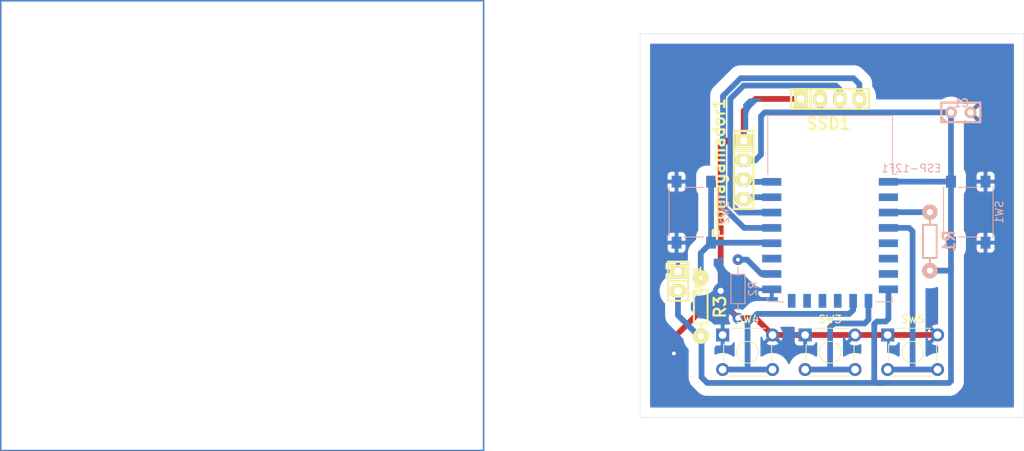
<source format=kicad_pcb>
(kicad_pcb (version 20211014) (generator pcbnew)
  (layers (0 "F.Cu" signal) (31 "B.Cu" signal) (34 "B.Paste" user) (35 "F.Paste" user) (36 "B.SilkS" user "B.Silkscreen") (37 "F.SilkS" user "F.Silkscreen") (38 "B.Mask" user) (39 "F.Mask" user) (44 "Edge.Cuts" user))
  (net 0 "")
  (net 1 "GND")
  (net 3 "+3V3")
  (net 5 "/P_OK")
  (net 7 "/P_DOWN")
  (net 12 "/Tx")
  (net 14 "Net-(ESP-12F1-Pad16)")
  (net 15 "/P_UP")
  (net 16 "/SDA")
  (net 17 "/SCL")
  (net 18 "/Rx")
  (net 19 "Net-(ESP-12F1-Pad3)")
  (net 21 "Net-(ESP-12F1-Pad18)")
  (footprint "Button_Switch_THT:SW_TH_Tactile_Omron_B3F-10xx" (layer "F.Cu") (at 168.5 102.5)
    (fp_text reference "SW4" (at 3.25 -2.05) (layer "F.SilkS"))
    (fp_text value "DOWN")
    (fp_line (start 1.2 -0.87) (end 5.6 -0.87) (layer "F.SilkS") (width 0.12))
    (fp_line (start 0.6 5.37) (end 5.8 5.37) (layer "F.SilkS") (width 0.12))
    (fp_line (start 0.13 3.4) (end 0.13 1.2) (layer "F.SilkS") (width 0.12))
    (fp_line (start 6.37 1.2) (end 6.37 3.4) (layer "F.SilkS") (width 0.12))
    (fp_circle (center 3.25 2.25) (end 4.25 3.25) (layer "F.SilkS") (width 0.12) (fill none))
    (pad "1" thru_hole circle (at 6.5 0) (size 1.7 1.7) (drill 1) (layers *.Cu *.Mask) (net 1 "GND"))
    (pad "1" thru_hole rect (at 0 0) (size 1.7 1.7) (drill 1) (layers *.Cu *.Mask) (net 1 "GND"))
    (pad "2" thru_hole circle (at 0 4.5) (size 1.7 1.7) (drill 1) (layers *.Cu *.Mask) (net 7 "/P_DOWN"))
    (pad "2" thru_hole circle (at 6.5 4.5) (size 1.7 1.7) (drill 1) (layers *.Cu *.Mask) (net 7 "/P_DOWN"))
  )
  (footprint "EESTN5:Pin_Header_2" (layer "F.Cu") (at 163 95.5 -90)
    (fp_text reference "Batt1" (at 0 -2.159 90) (layer "F.SilkS") (effects (font (size 1.016 1.016) (thickness 0.2032))))
    (fp_text value "Conn_01x02_Female" hide)
    (fp_line (start -2.54 -0.9525) (end 2.54 -0.9525) (layer "F.SilkS") (width 0.15))
    (fp_line (start 2.54 1.651) (end 2.54 -1.016) (layer "F.SilkS") (width 0.15))
    (fp_line (start 2.54 1.5875) (end -2.54 1.5875) (layer "F.SilkS") (width 0.15))
    (fp_line (start 0 -0.9525) (end 0 1.5875) (layer "F.SilkS") (width 0.3048))
    (fp_line (start 2.6035 1.5875) (end 2.6035 -0.9525) (layer "F.SilkS") (width 0.15))
    (fp_line (start 2.54 1.651) (end -2.6035 1.651) (layer "F.SilkS") (width 0.15))
    (fp_line (start -2.6035 -0.889) (end -2.6035 -1.0795) (layer "F.SilkS") (width 0.15))
    (fp_line (start 2.4765 -1.016) (end 2.4765 1.5875) (layer "F.SilkS") (width 0.15))
    (fp_line (start 2.6035 -1.0795) (end 2.6035 -0.6985) (layer "F.SilkS") (width 0.15))
    (fp_line (start 2.6035 -1.0795) (end -2.54 -1.0795) (layer "F.SilkS") (width 0.15))
    (fp_line (start -2.54 1.5875) (end -2.54 -0.9525) (layer "F.SilkS") (width 0.3048))
    (pad "1" thru_hole rect locked (at -1.27 0.3175 270) (size 1.75 2.19964) (drill 1.00076) (layers *.Cu *.Mask "F.SilkS") (net 1 "GND"))
    (pad "2" thru_hole oval locked (at 1.27 0.3175 270) (size 1.75 2.19964) (drill 1.00076) (layers *.Cu *.Mask "F.SilkS") (net 3 "+3V3"))
  )
  (footprint "EESTN5:pin_strip_4" (layer "F.Cu") (at 171.25 81 -90)
    (fp_text reference "Promagamador1" (at -0.2032 3.2258 90) (layer "F.SilkS") (effects (font (size 1.5 1.5) (thickness 0.3))))
    (fp_text value "Conn_01x04_Female" hide)
    (fp_line (start 5.08 -1.27) (end 5.08 1.27) (layer "F.SilkS") (width 0.3048))
    (fp_line (start -5.08 -1.27) (end 5.08 -1.27) (layer "F.SilkS") (width 0.3048))
    (fp_line (start 5.08 1.27) (end -5.08 1.27) (layer "F.SilkS") (width 0.3048))
    (fp_line (start -2.54 -1.27) (end -2.54 1.27) (layer "F.SilkS") (width 0.3048))
    (fp_line (start -5.08 1.27) (end -5.08 -1.27) (layer "F.SilkS") (width 0.3048))
    (pad "1" thru_hole rect locked (at -3.81 0 270) (size 1.75 2.2) (drill 1.00076) (layers *.Cu *.Mask "F.SilkS") (net 1 "GND"))
    (pad "2" thru_hole oval locked (at -1.27 0 270) (size 1.75 2.2) (drill 1.00076) (layers *.Cu *.Mask "F.SilkS") (net 3 "+3V3"))
    (pad "3" thru_hole oval locked (at 1.27 0 270) (size 1.75 2.2) (drill 1.00076) (layers *.Cu *.Mask "F.SilkS") (net 12 "/Tx"))
    (pad "4" thru_hole oval locked (at 3.81 0 270) (size 1.75 2.2) (drill 1.00076) (layers *.Cu *.Mask "F.SilkS") (net 18 "/Rx"))
  )
  (footprint "Button_Switch_THT:SW_TH_Tactile_Omron_B3F-10xx" (layer "F.Cu") (at 179.25 102.5)
    (fp_text reference "SW3" (at 3.25 -2.05) (layer "F.SilkS"))
    (fp_text value "OK")
    (fp_line (start 0.13 3.4) (end 0.13 1.2) (layer "F.SilkS") (width 0.12))
    (fp_line (start 0.6 5.37) (end 5.8 5.37) (layer "F.SilkS") (width 0.12))
    (fp_line (start 6.37 1.2) (end 6.37 3.4) (layer "F.SilkS") (width 0.12))
    (fp_line (start 1.2 -0.87) (end 5.6 -0.87) (layer "F.SilkS") (width 0.12))
    (fp_circle (center 3.25 2.25) (end 4.25 3.25) (layer "F.SilkS") (width 0.12) (fill none))
    (pad "1" thru_hole circle (at 6.5 0) (size 1.7 1.7) (drill 1) (layers *.Cu *.Mask) (net 1 "GND"))
    (pad "1" thru_hole rect (at 0 0) (size 1.7 1.7) (drill 1) (layers *.Cu *.Mask) (net 1 "GND"))
    (pad "2" thru_hole circle (at 6.5 4.5) (size 1.7 1.7) (drill 1) (layers *.Cu *.Mask) (net 5 "/P_OK"))
    (pad "2" thru_hole circle (at 0 4.5) (size 1.7 1.7) (drill 1) (layers *.Cu *.Mask) (net 5 "/P_OK"))
  )
  (footprint "EESTN5A:RES0.3" (layer "F.Cu") (at 165.65 98.85 -90)
    (fp_text reference "R3" (at 0 -2.5 90) (layer "F.SilkS") (effects (font (size 1.5 1.5) (thickness 0.3))))
    (fp_text value "10k" hide)
    (fp_line (start -2.159 -0.889) (end -2.159 0.889) (layer "F.SilkS") (width 0.254))
    (fp_line (start -2.159 0.889) (end 2.159 0.889) (layer "F.SilkS") (width 0.254))
    (fp_line (start -2.159 0) (end -3.81 0) (layer "F.SilkS") (width 0.254))
    (fp_line (start 2.159 0) (end 3.81 0) (layer "F.SilkS") (width 0.254))
    (fp_line (start 2.159 0.889) (end 2.159 -0.889) (layer "F.SilkS") (width 0.254))
    (fp_line (start 2.159 -0.889) (end -2.159 -0.889) (layer "F.SilkS") (width 0.254))
    (pad "1" thru_hole circle locked (at -3.81 0 270) (size 1.99898 1.99898) (drill 0.5) (layers *.Cu *.Mask "F.SilkS") (net 21 "Net-(ESP-12F1-Pad18)"))
    (pad "2" thru_hole circle locked (at 3.81 0 270) (size 1.99898 1.99898) (drill 0.8001) (layers *.Cu *.Mask "F.SilkS") (net 3 "+3V3"))
  )
  (footprint "Button_Switch_THT:SW_TH_Tactile_Omron_B3F-10xx" (layer "F.Cu") (at 190 102.5)
    (fp_text reference "SW5" (at 3.25 -2.05) (layer "F.SilkS"))
    (fp_text value "UP")
    (fp_line (start 6.37 1.2) (end 6.37 3.4) (layer "F.SilkS") (width 0.12))
    (fp_line (start 0.6 5.37) (end 5.8 5.37) (layer "F.SilkS") (width 0.12))
    (fp_line (start 1.2 -0.87) (end 5.6 -0.87) (layer "F.SilkS") (width 0.12))
    (fp_line (start 0.13 3.4) (end 0.13 1.2) (layer "F.SilkS") (width 0.12))
    (fp_circle (center 3.25 2.25) (end 4.25 3.25) (layer "F.SilkS") (width 0.12) (fill none))
    (pad "1" thru_hole rect (at 0 0) (size 1.7 1.7) (drill 1) (layers *.Cu *.Mask) (net 1 "GND"))
    (pad "1" thru_hole circle (at 6.5 0) (size 1.7 1.7) (drill 1) (layers *.Cu *.Mask) (net 1 "GND"))
    (pad "2" thru_hole circle (at 6.5 4.5) (size 1.7 1.7) (drill 1) (layers *.Cu *.Mask) (net 15 "/P_UP"))
    (pad "2" thru_hole circle (at 0 4.5) (size 1.7 1.7) (drill 1) (layers *.Cu *.Mask) (net 15 "/P_UP"))
  )
  (footprint "EESTN5:pin_strip_4" (layer "F.Cu") (at 182.5 71.75)
    (fp_text reference "SSD1" (at -0.2032 3.2258) (layer "F.SilkS") (effects (font (size 1.5 1.5) (thickness 0.3))))
    (fp_text value "SSD1306-SSD1306-128x64_OLED" hide)
    (fp_line (start -2.54 -1.27) (end -2.54 1.27) (layer "F.SilkS") (width 0.3048))
    (fp_line (start 5.08 -1.27) (end 5.08 1.27) (layer "F.SilkS") (width 0.3048))
    (fp_line (start 5.08 1.27) (end -5.08 1.27) (layer "F.SilkS") (width 0.3048))
    (fp_line (start -5.08 -1.27) (end 5.08 -1.27) (layer "F.SilkS") (width 0.3048))
    (fp_line (start -5.08 1.27) (end -5.08 -1.27) (layer "F.SilkS") (width 0.3048))
    (pad "1" thru_hole rect locked (at -3.81 0) (size 1.75 2.2) (drill 1.00076) (layers *.Cu *.Mask "F.SilkS") (net 1 "GND"))
    (pad "2" thru_hole oval locked (at -1.27 0) (size 1.75 2.2) (drill 1.00076) (layers *.Cu *.Mask "F.SilkS") (net 3 "+3V3"))
    (pad "3" thru_hole oval locked (at 1.27 0) (size 1.75 2.2) (drill 1.00076) (layers *.Cu *.Mask "F.SilkS") (net 17 "/SCL"))
    (pad "4" thru_hole oval locked (at 3.81 0) (size 1.75 2.2) (drill 1.00076) (layers *.Cu *.Mask "F.SilkS") (net 16 "/SDA"))
  )
  (footprint "Button_Switch_SMD:SW_Push_1P1T_NO_6x6mm_H9.5mm" (layer "B.Cu") (at 164.75 86.5 90)
    (fp_text reference "SW2" (at 0 4.05 90) (layer "B.SilkS") (effects (justify mirror)))
    (fp_text value "Boot")
    (fp_line (start 3.23 -3.23) (end 3.23 -3.2) (layer "B.SilkS") (width 0.12))
    (fp_line (start -3.23 1.3) (end -3.23 -1.3) (layer "B.SilkS") (width 0.12))
    (fp_line (start -3.23 3.2) (end -3.23 3.23) (layer "B.SilkS") (width 0.12))
    (fp_line (start -3.23 -3.23) (end -3.23 -3.2) (layer "B.SilkS") (width 0.12))
    (fp_line (start 3.23 3.23) (end 3.23 3.2) (layer "B.SilkS") (width 0.12))
    (fp_line (start -3.23 -3.23) (end 3.23 -3.23) (layer "B.SilkS") (width 0.12))
    (fp_line (start 3.23 1.3) (end 3.23 -1.3) (layer "B.SilkS") (width 0.12))
    (fp_line (start -3.23 3.23) (end 3.23 3.23) (layer "B.SilkS") (width 0.12))
    (pad "1" smd rect (at 3.975 2.25 90) (size 1.55 1.3) (layers "B.Cu" "B.Paste" "B.Mask") (net 21 "Net-(ESP-12F1-Pad18)"))
    (pad "1" smd rect (at -3.975 2.25 90) (size 1.55 1.3) (layers "B.Cu" "B.Paste" "B.Mask") (net 21 "Net-(ESP-12F1-Pad18)"))
    (pad "2" smd rect (at -3.975 -2.25 90) (size 1.55 1.3) (layers "B.Cu" "B.Paste" "B.Mask") (net 1 "GND"))
    (pad "2" smd rect (at 3.975 -2.25 90) (size 1.55 1.3) (layers "B.Cu" "B.Paste" "B.Mask") (net 1 "GND"))
  )
  (footprint "Resistor_THT:R_Axial_DIN0204_L3.6mm_D1.6mm_P7.62mm_Horizontal" (layer "B.Cu") (at 170.5 100.31 90)
    (fp_text reference "R2" (at 3.81 1.92 90) (layer "B.SilkS") (effects (justify mirror)))
    (fp_text value "10k")
    (fp_line (start 1.89 0.92) (end 1.89 -0.92) (layer "B.SilkS") (width 0.12))
    (fp_line (start 1.89 -0.92) (end 5.73 -0.92) (layer "B.SilkS") (width 0.12))
    (fp_line (start 0.94 0) (end 1.89 0) (layer "B.SilkS") (width 0.12))
    (fp_line (start 5.73 -0.92) (end 5.73 0.92) (layer "B.SilkS") (width 0.12))
    (fp_line (start 6.68 0) (end 5.73 0) (layer "B.SilkS") (width 0.12))
    (fp_line (start 5.73 0.92) (end 1.89 0.92) (layer "B.SilkS") (width 0.12))
    (pad "1" thru_hole circle (at 0 0 90) (size 1.4 1.4) (drill 0.7) (layers *.Cu *.Mask) (net 1 "GND"))
    (pad "2" thru_hole oval (at 7.62 0 90) (size 1.4 1.4) (drill 0.5) (layers *.Cu *.Mask "B.Adhes") (net 14 "Net-(ESP-12F1-Pad16)"))
  )
  (footprint "EESTN5:CAP_0.1" (layer "B.Cu") (at 199.52 73.5)
    (fp_text reference "C1" (at 0.1 -1.2) (layer "B.SilkS") (effects (font (size 1.016 1.016) (thickness 0.2032)) (justify mirror)))
    (fp_text value "100nF" hide)
    (fp_line (start -2.54 -1.27) (end -2.54 1.27) (layer "B.SilkS") (width 0.3048))
    (fp_line (start -2.54 0.635) (end -1.905 1.27) (layer "B.SilkS") (width 0.3048))
    (fp_line (start 2.54 1.27) (end 2.54 -1.27) (layer "B.SilkS") (width 0.3048))
    (fp_line (start -2.4892 1.27) (end 2.54 1.27) (layer "B.SilkS") (width 0.3048))
    (fp_line (start 2.54 -1.27) (end -2.54 -1.27) (layer "B.SilkS") (width 0.3048))
    (pad "1" thru_hole circle locked (at -1.27 0) (size 1.50114 1.50114) (drill 0.8001) (layers *.Cu *.Mask "B.SilkS") (net 3 "+3V3"))
    (pad "2" thru_hole circle locked (at 1.27 0) (size 1.50114 1.50114) (drill 0.8001) (layers *.Cu *.Mask "B.SilkS") (net 1 "GND"))
  )
  (footprint "Button_Switch_SMD:SW_Push_1P1T_NO_6x6mm_H9.5mm" (layer "B.Cu") (at 200.5 86.5 90)
    (fp_text reference "SW1" (at 0 4.05 90) (layer "B.SilkS") (effects (justify mirror)))
    (fp_text value "Reset")
    (fp_line (start 3.23 3.23) (end 3.23 3.2) (layer "B.SilkS") (width 0.12))
    (fp_line (start -3.23 -3.23) (end -3.23 -3.2) (layer "B.SilkS") (width 0.12))
    (fp_line (start -3.23 -3.23) (end 3.23 -3.23) (layer "B.SilkS") (width 0.12))
    (fp_line (start 3.23 -3.23) (end 3.23 -3.2) (layer "B.SilkS") (width 0.12))
    (fp_line (start -3.23 1.3) (end -3.23 -1.3) (layer "B.SilkS") (width 0.12))
    (fp_line (start 3.23 1.3) (end 3.23 -1.3) (layer "B.SilkS") (width 0.12))
    (fp_line (start -3.23 3.2) (end -3.23 3.23) (layer "B.SilkS") (width 0.12))
    (fp_line (start -3.23 3.23) (end 3.23 3.23) (layer "B.SilkS") (width 0.12))
    (pad "1" smd rect (at -3.975 2.25 90) (size 1.55 1.3) (layers "B.Cu" "B.Paste" "B.Mask") (net 1 "GND"))
    (pad "1" smd rect (at 3.975 2.25 90) (size 1.55 1.3) (layers "B.Cu" "B.Paste" "B.Mask") (net 1 "GND"))
    (pad "2" smd rect (at 3.975 -2.25 90) (size 1.55 1.3) (layers "B.Cu" "B.Paste" "B.Mask") (net 3 "+3V3"))
    (pad "2" smd rect (at -3.975 -2.25 90) (size 1.55 1.3) (layers "B.Cu" "B.Paste" "B.Mask") (net 3 "+3V3"))
  )
  (footprint "RF_Module:ESP-12E" (layer "B.Cu") (at 182.5 86.05 180)
    (fp_text reference "ESP-12F1" (at -10.56 5.26) (layer "B.SilkS") (effects (justify mirror)))
    (fp_text value "ESP-12F")
    (fp_line (start 8.12 -12.12) (end 6 -12.12) (layer "B.SilkS") (width 0.12))
    (fp_line (start 8.12 -11.5) (end 8.12 -12.12) (layer "B.SilkS") (width 0.12))
    (fp_line (start -8.12 12.12) (end 8.12 12.12) (layer "B.SilkS") (width 0.12))
    (fp_line (start -8.12 -12.12) (end -8.12 -11.5) (layer "B.SilkS") (width 0.12))
    (fp_line (start -8.12 4.5) (end -8.73 4.5) (layer "B.SilkS") (width 0.12))
    (fp_line (start -8.12 4.5) (end -8.12 12.12) (layer "B.SilkS") (width 0.12))
    (fp_line (start 8.12 12.12) (end 8.12 4.5) (layer "B.SilkS") (width 0.12))
    (fp_line (start -6 -12.12) (end -8.12 -12.12) (layer "B.SilkS") (width 0.12))
    (pad "1" smd rect (at -7.6 3.5 180) (size 2.5 1) (layers "B.Cu" "B.Paste" "B.Mask") (net 3 "+3V3"))
    (pad "2" smd rect (at -7.6 1.5 180) (size 2.5 1) (layers "B.Cu" "B.Paste" "B.Mask"))
    (pad "3" smd rect (at -7.6 -0.5 180) (size 2.5 1) (layers "B.Cu" "B.Paste" "B.Mask") (net 19 "Net-(ESP-12F1-Pad3)"))
    (pad "4" smd rect (at -7.6 -2.5 180) (size 2.5 1) (layers "B.Cu" "B.Paste" "B.Mask") (net 15 "/P_UP"))
    (pad "5" smd rect (at -7.6 -4.5 180) (size 2.5 1) (layers "B.Cu" "B.Paste" "B.Mask"))
    (pad "6" smd rect (at -7.6 -6.5 180) (size 2.5 1) (layers "B.Cu" "B.Paste" "B.Mask"))
    (pad "7" smd rect (at -7.6 -8.5 180) (size 2.5 1) (layers "B.Cu" "B.Paste" "B.Mask"))
    (pad "8" smd rect (at -7.6 -10.5 180) (size 2.5 1) (layers "B.Cu" "B.Paste" "B.Mask") (net 3 "+3V3"))
    (pad "9" smd rect (at -5 -12 180) (size 1 1.8) (layers "B.Cu" "B.Paste" "B.Mask") (net 5 "/P_OK"))
    (pad "10" smd rect (at -3 -12 180) (size 1 1.8) (layers "B.Cu" "B.Paste" "B.Mask") (net 7 "/P_DOWN"))
    (pad "11" smd rect (at -1 -12 180) (size 1 1.8) (layers "B.Cu" "B.Paste" "B.Mask"))
    (pad "12" smd rect (at 1 -12 180) (size 1 1.8) (layers "B.Cu" "B.Paste" "B.Mask"))
    (pad "13" smd rect (at 3 -12 180) (size 1 1.8) (layers "B.Cu" "B.Paste" "B.Mask"))
    (pad "14" smd rect (at 5 -12 180) (size 1 1.8) (layers "B.Cu" "B.Paste" "B.Mask"))
    (pad "15" smd rect (at 7.6 -10.5 180) (size 2.5 1) (layers "B.Cu" "B.Paste" "B.Mask") (net 1 "GND"))
    (pad "16" smd rect (at 7.6 -8.5 180) (size 2.5 1) (layers "B.Cu" "B.Paste" "B.Mask") (net 14 "Net-(ESP-12F1-Pad16)"))
    (pad "17" smd rect (at 7.6 -6.5 180) (size 2.5 1) (layers "B.Cu" "B.Paste" "B.Mask"))
    (pad "18" smd rect (at 7.6 -4.5 180) (size 2.5 1) (layers "B.Cu" "B.Paste" "B.Mask") (net 21 "Net-(ESP-12F1-Pad18)"))
    (pad "19" smd rect (at 7.6 -2.5 180) (size 2.5 1) (layers "B.Cu" "B.Paste" "B.Mask") (net 16 "/SDA"))
    (pad "20" smd rect (at 7.6 -0.5 180) (size 2.5 1) (layers "B.Cu" "B.Paste" "B.Mask") (net 17 "/SCL"))
    (pad "21" smd rect (at 7.6 1.5 180) (size 2.5 1) (layers "B.Cu" "B.Paste" "B.Mask") (net 18 "/Rx"))
    (pad "22" smd rect (at 7.6 3.5 180) (size 2.5 1) (layers "B.Cu" "B.Paste" "B.Mask") (net 12 "/Tx"))
    (zone (net 0) (net_name "") (layers *.Cu) (connect_pads (clearance 0)) (min_thickness 0.254)
      (keepout (tracks not_allowed) (vias not_allowed) (pads not_allowed) (copperpour not_allowed) (footprints not_allowed))
      (fill (thermal_gap 0.508) (thermal_bridge_width 0.508))
      (polygon (pts (xy 190.62 81.25) (xy 174.38 81.25) (xy 174.38 73.93) (xy 190.62 73.93)))
    )
  )
  (footprint "EESTN5:RES0.3" (layer "B.Cu") (at 195.5 90.31 90)
    (fp_text reference "R1" (at 0 2.5 90) (layer "B.SilkS") (effects (font (size 1.5 1.5) (thickness 0.3)) (justify mirror)))
    (fp_text value "10k" hide)
    (fp_line (start 2.159 0.889) (end -2.159 0.889) (layer "B.SilkS") (width 0.254))
    (fp_line (start -2.159 0) (end -3.81 0) (layer "B.SilkS") (width 0.254))
    (fp_line (start 2.159 -0.889) (end 2.159 0.889) (layer "B.SilkS") (width 0.254))
    (fp_line (start -2.159 0.889) (end -2.159 -0.889) (layer "B.SilkS") (width 0.254))
    (fp_line (start 2.159 0) (end 3.81 0) (layer "B.SilkS") (width 0.254))
    (fp_line (start -2.159 -0.889) (end 2.159 -0.889) (layer "B.SilkS") (width 0.254))
    (pad "1" thru_hole circle locked (at -3.81 0 90) (size 1.99898 1.99898) (drill 0.8001) (layers *.Cu *.Mask "B.SilkS") (net 3 "+3V3"))
    (pad "2" thru_hole circle locked (at 3.81 0 90) (size 1.99898 1.99898) (drill 0.8001) (layers *.Cu *.Mask "B.SilkS") (net 19 "Net-(ESP-12F1-Pad3)"))
  )
  (gr_rect (start 137.36 117.56) (end 74.46 58.96) (layer "B.Cu") (width 0.2) (fill none))
  (gr_line (start 157.75 63.25) (end 207.75 63.25) (layer "Edge.Cuts") (width 0.05))
  (gr_line (start 207.75 113.25) (end 157.75 113.25) (layer "Edge.Cuts") (width 0.05))
  (gr_line (start 157.75 113.25) (end 157.75 63.25) (layer "Edge.Cuts") (width 0.05))
  (gr_line (start 207.75 63.25) (end 207.75 113.25) (layer "Edge.Cuts") (width 0.05))
  (segment (start 170.5 100.31) (end 172.81 100.31) (width 0.75) (layer "F.Cu") (net 1))
  (segment (start 171.25 77.19) (end 169.01 77.19) (width 0.75) (layer "F.Cu") (net 1))
  (segment (start 190 102.5) (end 196.5 102.5) (width 0.75) (layer "F.Cu") (net 1))
  (segment (start 169.01 77.19) (end 168.25 77.95) (width 0.75) (layer "F.Cu") (net 1))
  (segment (start 185.75 102.5) (end 190 102.5) (width 0.75) (layer "F.Cu") (net 1))
  (segment (start 179.25 102.5) (end 185.75 102.5) (width 0.75) (layer "F.Cu") (net 1))
  (segment (start 171.25 77.19) (end 171.25 73.3) (width 0.75) (layer "F.Cu") (net 1))
  (segment (start 175 102.5) (end 179.25 102.5) (width 0.75) (layer "F.Cu") (net 1))
  (segment (start 171.25 73.3) (end 172.8 71.75) (width 0.75) (layer "F.Cu") (net 1))
  (segment (start 168.25 96.75) (end 162.15 102.85) (width 0.75) (layer "F.Cu") (net 1))
  (segment (start 168.25 98.06) (end 170.5 100.31) (width 0.75) (layer "F.Cu") (net 1))
  (segment (start 172.81 100.31) (end 175 102.5) (width 0.75) (layer "F.Cu") (net 1))
  (segment (start 162.15 102.85) (end 162.15 104.9) (width 0.75) (layer "F.Cu") (net 1))
  (segment (start 172.8 71.75) (end 178.69 71.75) (width 0.75) (layer "F.Cu") (net 1))
  (segment (start 168.25 77.95) (end 168.25 96.75) (width 0.75) (layer "F.Cu") (net 1))
  (segment (start 168.25 96.75) (end 168.25 98.06) (width 0.75) (layer "F.Cu") (net 1))
  (via (at 168.25 96.75) (size 2) (drill 0.8) (layers "F.Cu" "B.Cu") (net 1))
  (via (at 162.15 104.9) (size 2) (drill 0.5) (layers "F.Cu" "B.Cu") (net 1))
  (segment (start 171.52 79.73) (end 171.54 79.75) (width 0.75) (layer "B.Cu") (net 3))
  (segment (start 181.23 71.75) (end 181.23 73.48) (width 0.75) (layer "B.Cu") (net 3))
  (segment (start 173.5 79) (end 173.5 74) (width 0.75) (layer "B.Cu") (net 3))
  (segment (start 198.25 82.525) (end 198.25 73.5) (width 0.75) (layer "B.Cu") (net 3))
  (segment (start 181.25 73.5) (end 174 73.5) (width 0.75) (layer "B.Cu") (net 3))
  (segment (start 172.75 79.75) (end 173.5 79) (width 0.75) (layer "B.Cu") (net 3))
  (segment (start 188.593503 100.75) (end 188.25 101.093503) (width 0.75) (layer "B.Cu") (net 3))
  (segment (start 162.6825 96.77) (end 162.6825 99.9325) (width 0.75) (layer "B.Cu") (net 3))
  (segment (start 190.125 82.525) (end 190.1 82.55) (width 0.75) (layer "B.Cu") (net 3))
  (segment (start 194.275 82.525) (end 190.125 82.525) (width 0.75) (layer "B.Cu") (net 3))
  (segment (start 198.25 82.525) (end 194.275 82.525) (width 0.75) (layer "B.Cu") (net 3))
  (segment (start 166.5 108.75) (end 165.75 108) (width 0.75) (layer "B.Cu") (net 3))
  (segment (start 198.25 90.475) (end 198.25 94) (width 0.75) (layer "B.Cu") (net 3))
  (segment (start 198.25 94) (end 198.25 108.5) (width 0.75) (layer "B.Cu") (net 3))
  (segment (start 198.25 82.525) (end 198.25 90.475) (width 0.75) (layer "B.Cu") (net 3))
  (segment (start 189.25 108.75) (end 188.5 108.75) (width 0.75) (layer "B.Cu") (net 3))
  (segment (start 171.54 79.75) (end 172.75 79.75) (width 0.75) (layer "B.Cu") (net 3))
  (segment (start 190.1 100.4) (end 189.75 100.75) (width 0.75) (layer "B.Cu") (net 3))
  (segment (start 189.25 108.75) (end 166.5 108.75) (width 0.75) (layer "B.Cu") (net 3))
  (segment (start 188.25 108.5) (end 188.5 108.75) (width 0.75) (layer "B.Cu") (net 3))
  (segment (start 190.1 96.55) (end 190.1 100.4) (width 0.75) (layer "B.Cu") (net 3))
  (segment (start 198.13 94.12) (end 198.25 94) (width 0.75) (layer "B.Cu") (net 3))
  (segment (start 181.23 73.48) (end 181.25 73.5) (width 0.75) (layer "B.Cu") (net 3))
  (segment (start 165.41 102.66) (end 165.65 102.66) (width 0.75) (layer "B.Cu") (net 3))
  (segment (start 188.25 101.093503) (end 188.25 108.5) (width 0.75) (layer "B.Cu") (net 3))
  (segment (start 189.75 100.75) (end 188.593503 100.75) (width 0.75) (layer "B.Cu") (net 3))
  (segment (start 198.25 73.5) (end 181.25 73.5) (width 0.75) (layer "B.Cu") (net 3))
  (segment (start 198.25 108.5) (end 198 108.75) (width 0.75) (layer "B.Cu") (net 3))
  (segment (start 171.25 79.73) (end 171.52 79.73) (width 0.75) (layer "B.Cu") (net 3))
  (segment (start 162.6825 99.9325) (end 165.41 102.66) (width 0.75) (layer "B.Cu") (net 3))
  (segment (start 173.5 74) (end 174 73.5) (width 0.75) (layer "B.Cu") (net 3))
  (segment (start 165.75 108) (end 165.75 102.76) (width 0.75) (layer "B.Cu") (net 3))
  (segment (start 195.5 94.12) (end 198.13 94.12) (width 0.75) (layer "B.Cu") (net 3))
  (segment (start 165.75 102.76) (end 165.65 102.66) (width 0.75) (layer "B.Cu") (net 3))
  (segment (start 198 108.75) (end 189.25 108.75) (width 0.75) (layer "B.Cu") (net 3))
  (segment (start 183 101) (end 187 101) (width 0.75) (layer "B.Cu") (net 5))
  (segment (start 182.5 107) (end 179.25 107) (width 0.75) (layer "B.Cu") (net 5))
  (segment (start 182.5 107) (end 182.5 101.5) (width 0.75) (layer "B.Cu") (net 5))
  (segment (start 187 101) (end 187.5 100.5) (width 0.75) (layer "B.Cu") (net 5))
  (segment (start 182.5 101.5) (end 183 101) (width 0.75) (layer "B.Cu") (net 5))
  (segment (start 185.75 107) (end 182.5 107) (width 0.75) (layer "B.Cu") (net 5))
  (segment (start 187.5 100.5) (end 187.5 98.05) (width 0.75) (layer "B.Cu") (net 5))
  (segment (start 185.5 98.05) (end 185.5 99.25) (width 0.75) (layer "B.Cu") (net 7))
  (segment (start 185 99.75) (end 173 99.75) (width 0.75) (layer "B.Cu") (net 7))
  (segment (start 171.75 101) (end 171.75 107) (width 0.75) (layer "B.Cu") (net 7))
  (segment (start 173 99.75) (end 171.75 101) (width 0.75) (layer "B.Cu") (net 7))
  (segment (start 175 107) (end 171.75 107) (width 0.75) (layer "B.Cu") (net 7))
  (segment (start 185.5 99.25) (end 185 99.75) (width 0.75) (layer "B.Cu") (net 7))
  (segment (start 171.75 107) (end 168.5 107) (width 0.75) (layer "B.Cu") (net 7))
  (segment (start 171.53 82.55) (end 171.25 82.27) (width 0.75) (layer "B.Cu") (net 12))
  (segment (start 174.9 82.55) (end 171.53 82.55) (width 0.75) (layer "B.Cu") (net 12))
  (segment (start 170.5 92.69) (end 171.69 92.69) (width 0.75) (layer "B.Cu") (net 14))
  (segment (start 171.69 92.69) (end 173.55 94.55) (width 0.75) (layer "B.Cu") (net 14))
  (segment (start 173.55 94.55) (end 174.9 94.55) (width 0.75) (layer "B.Cu") (net 14))
  (segment (start 190 107) (end 193.25 107) (width 0.75) (layer "B.Cu") (net 15))
  (segment (start 192.8 88.55) (end 190.1 88.55) (width 0.75) (layer "B.Cu") (net 15))
  (segment (start 193.25 107) (end 196.5 107) (width 0.75) (layer "B.Cu") (net 15))
  (segment (start 193.25 107) (end 193.25 89) (width 0.75) (layer "B.Cu") (net 15))
  (segment (start 193.25 89) (end 192.8 88.55) (width 0.75) (layer "B.Cu") (net 15))
  (segment (start 185.55 69.05) (end 170.856497 69.05) (width 0.75) (layer "B.Cu") (net 16))
  (segment (start 168.55 71.356497) (end 168.55 85.8) (width 0.75) (layer "B.Cu") (net 16))
  (segment (start 171.3 88.55) (end 174.9 88.55) (width 0.75) (layer "B.Cu") (net 16))
  (segment (start 168.55 85.8) (end 171.3 88.55) (width 0.75) (layer "B.Cu") (net 16))
  (segment (start 170.856497 69.05) (end 168.55 71.356497) (width 0.75) (layer "B.Cu") (net 16))
  (segment (start 186.31 71.75) (end 186.31 69.81) (width 0.75) (layer "B.Cu") (net 16))
  (segment (start 186.31 69.81) (end 185.55 69.05) (width 0.75) (layer "B.Cu") (net 16))
  (segment (start 169.5 71.75) (end 171.25 70) (width 0.75) (layer "B.Cu") (net 17))
  (segment (start 174.9 86.55) (end 170.71439 86.55) (width 0.75) (layer "B.Cu") (net 17))
  (segment (start 183.75 70.5) (end 183.75 71.73) (width 0.75) (layer "B.Cu") (net 17))
  (segment (start 171.25 70) (end 183.25 70) (width 0.75) (layer "B.Cu") (net 17))
  (segment (start 183.75 71.73) (end 183.77 71.75) (width 0.75) (layer "B.Cu") (net 17))
  (segment (start 169.5 85.33561) (end 169.5 71.75) (width 0.75) (layer "B.Cu") (net 17))
  (segment (start 170.71439 86.55) (end 169.5 85.33561) (width 0.75) (layer "B.Cu") (net 17))
  (segment (start 183.25 70) (end 183.75 70.5) (width 0.75) (layer "B.Cu") (net 17))
  (segment (start 174.9 84.55) (end 171.51 84.55) (width 0.75) (layer "B.Cu") (net 18))
  (segment (start 171.51 84.55) (end 171.25 84.81) (width 0.75) (layer "B.Cu") (net 18))
  (segment (start 195.5 86.5) (end 190.15 86.5) (width 0.75) (layer "B.Cu") (net 19))
  (segment (start 190.15 86.5) (end 190.1 86.55) (width 0.75) (layer "B.Cu") (net 19))
  (segment (start 174.825 90.475) (end 174.9 90.55) (width 0.75) (layer "B.Cu") (net 21))
  (segment (start 165.65 91.825) (end 167 90.475) (width 0.75) (layer "B.Cu") (net 21))
  (segment (start 167 90.475) (end 174.825 90.475) (width 0.75) (layer "B.Cu") (net 21))
  (segment (start 167 82.525) (end 167 90.475) (width 0.75) (layer "B.Cu") (net 21))
  (segment (start 165.65 95.04) (end 165.65 91.825) (width 0.75) (layer "B.Cu") (net 21))
  (zone (net 1) (net_name "GND") (layer "B.Cu") (connect_pads (clearance 1.3)) (min_thickness 0.254) (fill yes (thermal_gap 0.508) (thermal_bridge_width 0.508))
    (polygon (pts (xy 207.75 113.25) (xy 157.75 113.25) (xy 157.75 63.25) (xy 207.75 63.25)))
  )
)
</source>
